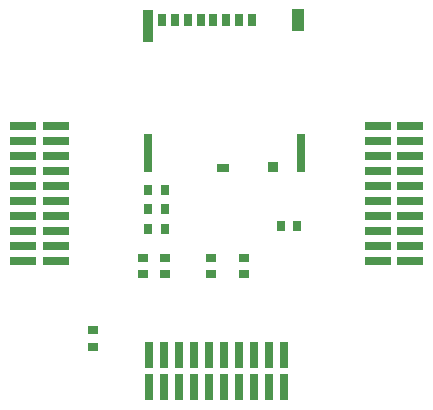
<source format=gbp>
G04 #@! TF.FileFunction,Paste,Bot*
%FSLAX46Y46*%
G04 Gerber Fmt 4.6, Leading zero omitted, Abs format (unit mm)*
G04 Created by KiCad (PCBNEW 4.0.2+e4-6225~38~ubuntu14.04.1-stable) date Tue 28 Jun 2016 16:56:22 BST*
%MOMM*%
G01*
G04 APERTURE LIST*
%ADD10C,0.100000*%
%ADD11R,0.700000X1.100000*%
%ADD12R,1.140000X1.830000*%
%ADD13R,0.860000X2.800000*%
%ADD14R,0.700000X3.330000*%
%ADD15R,0.900000X0.930000*%
%ADD16R,1.050000X0.780000*%
%ADD17R,2.220000X0.740000*%
%ADD18R,0.740000X2.220000*%
%ADD19R,0.750000X0.900000*%
%ADD20R,0.900000X0.750000*%
G04 APERTURE END LIST*
D10*
D11*
X103000000Y-85300000D03*
X101900000Y-85300000D03*
X100800000Y-85300000D03*
X99700000Y-85300000D03*
X98700000Y-85300000D03*
X97600000Y-85300000D03*
X96500000Y-85300000D03*
X95400000Y-85300000D03*
D12*
X106880000Y-85315000D03*
D13*
X94220000Y-85800000D03*
D14*
X94140000Y-96565000D03*
X107100000Y-96565000D03*
D15*
X104790000Y-97765000D03*
D16*
X100525000Y-97840000D03*
D17*
X83635000Y-94285000D03*
X86365000Y-94285000D03*
X83635000Y-95555000D03*
X86365000Y-95555000D03*
X83635000Y-96825000D03*
X86365000Y-96825000D03*
X83635000Y-98095000D03*
X86365000Y-98095000D03*
X83635000Y-99365000D03*
X86365000Y-99365000D03*
X83635000Y-100635000D03*
X86365000Y-100635000D03*
X83635000Y-101905000D03*
X86365000Y-101905000D03*
X83635000Y-103175000D03*
X86365000Y-103175000D03*
X83635000Y-104445000D03*
X86365000Y-104445000D03*
X83635000Y-105715000D03*
X86365000Y-105715000D03*
X113635000Y-94285000D03*
X116365000Y-94285000D03*
X113635000Y-95555000D03*
X116365000Y-95555000D03*
X113635000Y-96825000D03*
X116365000Y-96825000D03*
X113635000Y-98095000D03*
X116365000Y-98095000D03*
X113635000Y-99365000D03*
X116365000Y-99365000D03*
X113635000Y-100635000D03*
X116365000Y-100635000D03*
X113635000Y-101905000D03*
X116365000Y-101905000D03*
X113635000Y-103175000D03*
X116365000Y-103175000D03*
X113635000Y-104445000D03*
X116365000Y-104445000D03*
X113635000Y-105715000D03*
X116365000Y-105715000D03*
D18*
X94285000Y-116365000D03*
X94285000Y-113635000D03*
X95555000Y-116365000D03*
X95555000Y-113635000D03*
X96825000Y-116365000D03*
X96825000Y-113635000D03*
X98095000Y-116365000D03*
X98095000Y-113635000D03*
X99365000Y-116365000D03*
X99365000Y-113635000D03*
X100635000Y-116365000D03*
X100635000Y-113635000D03*
X101905000Y-116365000D03*
X101905000Y-113635000D03*
X103175000Y-116365000D03*
X103175000Y-113635000D03*
X104445000Y-116365000D03*
X104445000Y-113635000D03*
X105715000Y-116365000D03*
X105715000Y-113635000D03*
D19*
X94200000Y-99700000D03*
X95600000Y-99700000D03*
X94200000Y-101300000D03*
X95600000Y-101300000D03*
X94200000Y-103000000D03*
X95600000Y-103000000D03*
D20*
X89500000Y-111550000D03*
X89500000Y-112950000D03*
X99500000Y-105400000D03*
X99500000Y-106800000D03*
X95600000Y-105400000D03*
X95600000Y-106800000D03*
D19*
X105400000Y-102700000D03*
X106800000Y-102700000D03*
D20*
X93750000Y-105400000D03*
X93750000Y-106800000D03*
X102300000Y-105400000D03*
X102300000Y-106800000D03*
M02*

</source>
